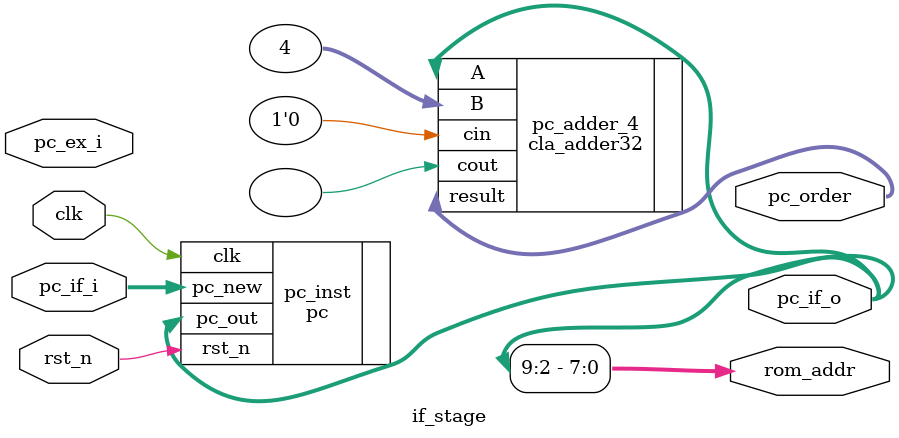
<source format=v>
`timescale 1ns / 1ps


module if_stage(
	input clk,
    input rst_n,
    input [31:0]pc_if_i,
    
    input [31:0]pc_ex_i,
    output [31:0]pc_order,
    
    output [31:0]pc_if_o,
    output [7:0]rom_addr

);

    pc pc_inst (
        .clk(clk), 
        .rst_n(rst_n), 
        .pc_new(pc_if_i), 
        .pc_out(pc_if_o)
    );
    
    
    cla_adder32 pc_adder_4 (
        .A(pc_if_o), 
        .B(32'd4), 
        .cin(1'd0), 
        .result(pc_order), 
        .cout()
    );

assign rom_addr = pc_if_o[9:2];

endmodule

</source>
